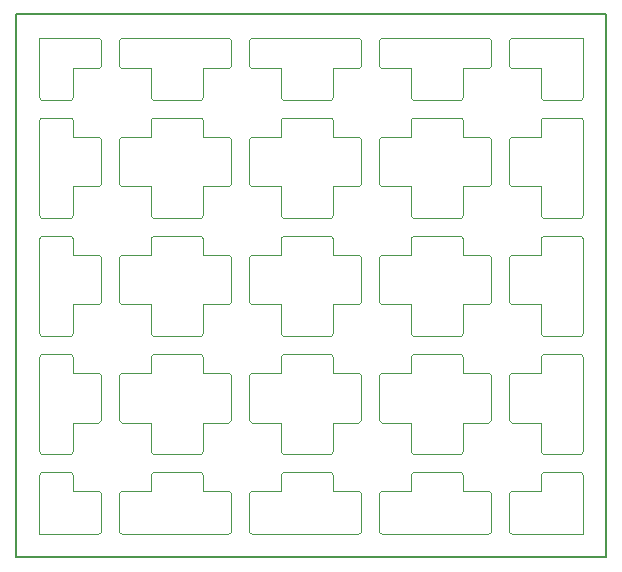
<source format=gbr>
G04 #@! TF.GenerationSoftware,KiCad,Pcbnew,5.1.5-52549c5~84~ubuntu18.04.1*
G04 #@! TF.CreationDate,2020-04-13T21:33:07+02:00*
G04 #@! TF.ProjectId,output.load_cell_panel,6f757470-7574-42e6-9c6f-61645f63656c,rev?*
G04 #@! TF.SameCoordinates,Original*
G04 #@! TF.FileFunction,Profile,NP*
%FSLAX46Y46*%
G04 Gerber Fmt 4.6, Leading zero omitted, Abs format (unit mm)*
G04 Created by KiCad (PCBNEW 5.1.5-52549c5~84~ubuntu18.04.1) date 2020-04-13 21:33:07*
%MOMM*%
%LPD*%
G04 APERTURE LIST*
%ADD10C,0.150000*%
%ADD11C,0.100000*%
G04 APERTURE END LIST*
D10*
X125000000Y-111000000D02*
X125000000Y-65000000D01*
X175000000Y-111000000D02*
X125000000Y-111000000D01*
X175000000Y-65000000D02*
X175000000Y-111000000D01*
X125000000Y-65000000D02*
X175000000Y-65000000D01*
D11*
X140840000Y-71999999D02*
X140840000Y-69580000D01*
X140840000Y-74000000D02*
X140840000Y-75380000D01*
X136440000Y-74000000D02*
X136440000Y-75380000D01*
X136440000Y-71999999D02*
X136440000Y-69580000D01*
X136440000Y-71999999D02*
X136472867Y-72094443D01*
X140840000Y-71999999D02*
X140807133Y-72094443D01*
X136472867Y-72094443D02*
X136534949Y-72172838D01*
X140807133Y-72094443D02*
X140745051Y-72172838D01*
X136534949Y-72172838D02*
X136619348Y-72226473D01*
X140745051Y-72172838D02*
X140660652Y-72226473D01*
X136619348Y-72226473D02*
X136716686Y-72249389D01*
X140660652Y-72226473D02*
X140563314Y-72249389D01*
X140563314Y-72249389D02*
X136716686Y-72249389D01*
X136440000Y-74000000D02*
X136472867Y-73905556D01*
X140840000Y-74000000D02*
X140807133Y-73905556D01*
X136472867Y-73905556D02*
X136534949Y-73827161D01*
X140807133Y-73905556D02*
X140745051Y-73827161D01*
X136534949Y-73827161D02*
X136619348Y-73773526D01*
X140745051Y-73827161D02*
X140660652Y-73773526D01*
X136619348Y-73773526D02*
X136716686Y-73750610D01*
X140660652Y-73773526D02*
X140563314Y-73750610D01*
X140563314Y-73750610D02*
X136716686Y-73750610D01*
X151840000Y-71999999D02*
X151840000Y-69580000D01*
X151840000Y-74000000D02*
X151840000Y-75380000D01*
X147440000Y-74000000D02*
X147440000Y-75380000D01*
X147440000Y-71999999D02*
X147440000Y-69580000D01*
X147440000Y-71999999D02*
X147472867Y-72094443D01*
X151840000Y-71999999D02*
X151807133Y-72094443D01*
X147472867Y-72094443D02*
X147534949Y-72172838D01*
X151807133Y-72094443D02*
X151745051Y-72172838D01*
X147534949Y-72172838D02*
X147619348Y-72226473D01*
X151745051Y-72172838D02*
X151660652Y-72226473D01*
X147619348Y-72226473D02*
X147716686Y-72249389D01*
X151660652Y-72226473D02*
X151563314Y-72249389D01*
X151563314Y-72249389D02*
X147716686Y-72249389D01*
X147440000Y-74000000D02*
X147472867Y-73905556D01*
X151840000Y-74000000D02*
X151807133Y-73905556D01*
X147472867Y-73905556D02*
X147534949Y-73827161D01*
X151807133Y-73905556D02*
X151745051Y-73827161D01*
X147534949Y-73827161D02*
X147619348Y-73773526D01*
X151745051Y-73827161D02*
X151660652Y-73773526D01*
X147619348Y-73773526D02*
X147716686Y-73750610D01*
X151660652Y-73773526D02*
X151563314Y-73750610D01*
X151563314Y-73750610D02*
X147716686Y-73750610D01*
X162840000Y-71999999D02*
X162840000Y-69580000D01*
X162840000Y-74000000D02*
X162840000Y-75380000D01*
X158440000Y-74000000D02*
X158440000Y-75380000D01*
X158440000Y-71999999D02*
X158440000Y-69580000D01*
X158440000Y-71999999D02*
X158472867Y-72094443D01*
X162840000Y-71999999D02*
X162807133Y-72094443D01*
X158472867Y-72094443D02*
X158534949Y-72172838D01*
X162807133Y-72094443D02*
X162745051Y-72172838D01*
X158534949Y-72172838D02*
X158619348Y-72226473D01*
X162745051Y-72172838D02*
X162660652Y-72226473D01*
X158619348Y-72226473D02*
X158716686Y-72249389D01*
X162660652Y-72226473D02*
X162563314Y-72249389D01*
X162563314Y-72249389D02*
X158716686Y-72249389D01*
X158440000Y-74000000D02*
X158472867Y-73905556D01*
X162840000Y-74000000D02*
X162807133Y-73905556D01*
X158472867Y-73905556D02*
X158534949Y-73827161D01*
X162807133Y-73905556D02*
X162745051Y-73827161D01*
X158534949Y-73827161D02*
X158619348Y-73773526D01*
X162745051Y-73827161D02*
X162660652Y-73773526D01*
X158619348Y-73773526D02*
X158716686Y-73750610D01*
X162660652Y-73773526D02*
X162563314Y-73750610D01*
X162563314Y-73750610D02*
X158716686Y-73750610D01*
X153999999Y-95380000D02*
X151840000Y-95380000D01*
X156000001Y-95380000D02*
X158440000Y-95380000D01*
X156000001Y-99580000D02*
X158440000Y-99580000D01*
X153999999Y-99580000D02*
X151840000Y-99580000D01*
X153999999Y-99580000D02*
X154094443Y-99547133D01*
X153999999Y-95380000D02*
X154094443Y-95412867D01*
X154094443Y-99547133D02*
X154172838Y-99485051D01*
X154094443Y-95412867D02*
X154172838Y-95474949D01*
X154172838Y-99485051D02*
X154226473Y-99400652D01*
X154172838Y-95474949D02*
X154226473Y-95559348D01*
X154226473Y-99400652D02*
X154249389Y-99303314D01*
X154226473Y-95559348D02*
X154249389Y-95656686D01*
X154249389Y-95656686D02*
X154249389Y-99303314D01*
X156000001Y-99580000D02*
X155905557Y-99547133D01*
X156000001Y-95380000D02*
X155905557Y-95412867D01*
X155905557Y-99547133D02*
X155827162Y-99485051D01*
X155905557Y-95412867D02*
X155827162Y-95474949D01*
X155827162Y-99485051D02*
X155773527Y-99400652D01*
X155827162Y-95474949D02*
X155773527Y-95559348D01*
X155773527Y-99400652D02*
X155750611Y-99303314D01*
X155773527Y-95559348D02*
X155750611Y-95656686D01*
X155750611Y-95656686D02*
X155750611Y-99303314D01*
X153999999Y-85380000D02*
X151840000Y-85380000D01*
X156000001Y-85380000D02*
X158440000Y-85380000D01*
X156000001Y-89580000D02*
X158440000Y-89580000D01*
X153999999Y-89580000D02*
X151840000Y-89580000D01*
X153999999Y-89580000D02*
X154094443Y-89547133D01*
X153999999Y-85380000D02*
X154094443Y-85412867D01*
X154094443Y-89547133D02*
X154172838Y-89485051D01*
X154094443Y-85412867D02*
X154172838Y-85474949D01*
X154172838Y-89485051D02*
X154226473Y-89400652D01*
X154172838Y-85474949D02*
X154226473Y-85559348D01*
X154226473Y-89400652D02*
X154249389Y-89303314D01*
X154226473Y-85559348D02*
X154249389Y-85656686D01*
X154249389Y-85656686D02*
X154249389Y-89303314D01*
X156000001Y-89580000D02*
X155905557Y-89547133D01*
X156000001Y-85380000D02*
X155905557Y-85412867D01*
X155905557Y-89547133D02*
X155827162Y-89485051D01*
X155905557Y-85412867D02*
X155827162Y-85474949D01*
X155827162Y-89485051D02*
X155773527Y-89400652D01*
X155827162Y-85474949D02*
X155773527Y-85559348D01*
X155773527Y-89400652D02*
X155750611Y-89303314D01*
X155773527Y-85559348D02*
X155750611Y-85656686D01*
X155750611Y-85656686D02*
X155750611Y-89303314D01*
X134000001Y-89580000D02*
X136440000Y-89580000D01*
X131999999Y-89580000D02*
X129840000Y-89580000D01*
X131999999Y-85380000D02*
X129840000Y-85380000D01*
X134000001Y-85380000D02*
X136440000Y-85380000D01*
X134000001Y-85380000D02*
X133905557Y-85412867D01*
X134000001Y-89580000D02*
X133905557Y-89547133D01*
X133905557Y-85412867D02*
X133827162Y-85474949D01*
X133905557Y-89547133D02*
X133827162Y-89485051D01*
X133827162Y-85474949D02*
X133773527Y-85559348D01*
X133827162Y-89485051D02*
X133773527Y-89400652D01*
X133773527Y-85559348D02*
X133750611Y-85656686D01*
X133773527Y-89400652D02*
X133750611Y-89303314D01*
X133750611Y-89303314D02*
X133750611Y-85656686D01*
X131999999Y-85380000D02*
X132094443Y-85412867D01*
X131999999Y-89580000D02*
X132094443Y-89547133D01*
X132094443Y-85412867D02*
X132172838Y-85474949D01*
X132094443Y-89547133D02*
X132172838Y-89485051D01*
X132172838Y-85474949D02*
X132226473Y-85559348D01*
X132172838Y-89485051D02*
X132226473Y-89400652D01*
X132226473Y-85559348D02*
X132249389Y-85656686D01*
X132226473Y-89400652D02*
X132249389Y-89303314D01*
X132249389Y-89303314D02*
X132249389Y-85656686D01*
X131999999Y-95380000D02*
X129840000Y-95380000D01*
X134000001Y-95380000D02*
X136440000Y-95380000D01*
X134000001Y-99580000D02*
X136440000Y-99580000D01*
X131999999Y-99580000D02*
X129840000Y-99580000D01*
X131999999Y-99580000D02*
X132094443Y-99547133D01*
X131999999Y-95380000D02*
X132094443Y-95412867D01*
X132094443Y-99547133D02*
X132172838Y-99485051D01*
X132094443Y-95412867D02*
X132172838Y-95474949D01*
X132172838Y-99485051D02*
X132226473Y-99400652D01*
X132172838Y-95474949D02*
X132226473Y-95559348D01*
X132226473Y-99400652D02*
X132249389Y-99303314D01*
X132226473Y-95559348D02*
X132249389Y-95656686D01*
X132249389Y-95656686D02*
X132249389Y-99303314D01*
X134000001Y-99580000D02*
X133905557Y-99547133D01*
X134000001Y-95380000D02*
X133905557Y-95412867D01*
X133905557Y-99547133D02*
X133827162Y-99485051D01*
X133905557Y-95412867D02*
X133827162Y-95474949D01*
X133827162Y-99485051D02*
X133773527Y-99400652D01*
X133827162Y-95474949D02*
X133773527Y-95559348D01*
X133773527Y-99400652D02*
X133750611Y-99303314D01*
X133773527Y-95559348D02*
X133750611Y-95656686D01*
X133750611Y-95656686D02*
X133750611Y-99303314D01*
X142999999Y-95380000D02*
X140840000Y-95380000D01*
X145000001Y-95380000D02*
X147440000Y-95380000D01*
X145000001Y-99580000D02*
X147440000Y-99580000D01*
X142999999Y-99580000D02*
X140840000Y-99580000D01*
X142999999Y-99580000D02*
X143094443Y-99547133D01*
X142999999Y-95380000D02*
X143094443Y-95412867D01*
X143094443Y-99547133D02*
X143172838Y-99485051D01*
X143094443Y-95412867D02*
X143172838Y-95474949D01*
X143172838Y-99485051D02*
X143226473Y-99400652D01*
X143172838Y-95474949D02*
X143226473Y-95559348D01*
X143226473Y-99400652D02*
X143249389Y-99303314D01*
X143226473Y-95559348D02*
X143249389Y-95656686D01*
X143249389Y-95656686D02*
X143249389Y-99303314D01*
X145000001Y-99580000D02*
X144905557Y-99547133D01*
X145000001Y-95380000D02*
X144905557Y-95412867D01*
X144905557Y-99547133D02*
X144827162Y-99485051D01*
X144905557Y-95412867D02*
X144827162Y-95474949D01*
X144827162Y-99485051D02*
X144773527Y-99400652D01*
X144827162Y-95474949D02*
X144773527Y-95559348D01*
X144773527Y-99400652D02*
X144750611Y-99303314D01*
X144773527Y-95559348D02*
X144750611Y-95656686D01*
X144750611Y-95656686D02*
X144750611Y-99303314D01*
X142999999Y-85380000D02*
X140840000Y-85380000D01*
X145000001Y-85380000D02*
X147440000Y-85380000D01*
X145000001Y-89580000D02*
X147440000Y-89580000D01*
X142999999Y-89580000D02*
X140840000Y-89580000D01*
X142999999Y-89580000D02*
X143094443Y-89547133D01*
X142999999Y-85380000D02*
X143094443Y-85412867D01*
X143094443Y-89547133D02*
X143172838Y-89485051D01*
X143094443Y-85412867D02*
X143172838Y-85474949D01*
X143172838Y-89485051D02*
X143226473Y-89400652D01*
X143172838Y-85474949D02*
X143226473Y-85559348D01*
X143226473Y-89400652D02*
X143249389Y-89303314D01*
X143226473Y-85559348D02*
X143249389Y-85656686D01*
X143249389Y-85656686D02*
X143249389Y-89303314D01*
X145000001Y-89580000D02*
X144905557Y-89547133D01*
X145000001Y-85380000D02*
X144905557Y-85412867D01*
X144905557Y-89547133D02*
X144827162Y-89485051D01*
X144905557Y-85412867D02*
X144827162Y-85474949D01*
X144827162Y-89485051D02*
X144773527Y-89400652D01*
X144827162Y-85474949D02*
X144773527Y-85559348D01*
X144773527Y-89400652D02*
X144750611Y-89303314D01*
X144773527Y-85559348D02*
X144750611Y-85656686D01*
X144750611Y-85656686D02*
X144750611Y-89303314D01*
X140840000Y-101999999D02*
X140840000Y-99580000D01*
X140840000Y-104000000D02*
X140840000Y-105380000D01*
X136440000Y-104000000D02*
X136440000Y-105380000D01*
X136440000Y-101999999D02*
X136440000Y-99580000D01*
X136440000Y-101999999D02*
X136472867Y-102094443D01*
X140840000Y-101999999D02*
X140807133Y-102094443D01*
X136472867Y-102094443D02*
X136534949Y-102172838D01*
X140807133Y-102094443D02*
X140745051Y-102172838D01*
X136534949Y-102172838D02*
X136619348Y-102226473D01*
X140745051Y-102172838D02*
X140660652Y-102226473D01*
X136619348Y-102226473D02*
X136716686Y-102249389D01*
X140660652Y-102226473D02*
X140563314Y-102249389D01*
X140563314Y-102249389D02*
X136716686Y-102249389D01*
X136440000Y-104000000D02*
X136472867Y-103905556D01*
X140840000Y-104000000D02*
X140807133Y-103905556D01*
X136472867Y-103905556D02*
X136534949Y-103827161D01*
X140807133Y-103905556D02*
X140745051Y-103827161D01*
X136534949Y-103827161D02*
X136619348Y-103773526D01*
X140745051Y-103827161D02*
X140660652Y-103773526D01*
X136619348Y-103773526D02*
X136716686Y-103750610D01*
X140660652Y-103773526D02*
X140563314Y-103750610D01*
X140563314Y-103750610D02*
X136716686Y-103750610D01*
X151840000Y-101999999D02*
X151840000Y-99580000D01*
X151840000Y-104000000D02*
X151840000Y-105380000D01*
X147440000Y-104000000D02*
X147440000Y-105380000D01*
X147440000Y-101999999D02*
X147440000Y-99580000D01*
X147440000Y-101999999D02*
X147472867Y-102094443D01*
X151840000Y-101999999D02*
X151807133Y-102094443D01*
X147472867Y-102094443D02*
X147534949Y-102172838D01*
X151807133Y-102094443D02*
X151745051Y-102172838D01*
X147534949Y-102172838D02*
X147619348Y-102226473D01*
X151745051Y-102172838D02*
X151660652Y-102226473D01*
X147619348Y-102226473D02*
X147716686Y-102249389D01*
X151660652Y-102226473D02*
X151563314Y-102249389D01*
X151563314Y-102249389D02*
X147716686Y-102249389D01*
X147440000Y-104000000D02*
X147472867Y-103905556D01*
X151840000Y-104000000D02*
X151807133Y-103905556D01*
X147472867Y-103905556D02*
X147534949Y-103827161D01*
X151807133Y-103905556D02*
X151745051Y-103827161D01*
X147534949Y-103827161D02*
X147619348Y-103773526D01*
X151745051Y-103827161D02*
X151660652Y-103773526D01*
X147619348Y-103773526D02*
X147716686Y-103750610D01*
X151660652Y-103773526D02*
X151563314Y-103750610D01*
X151563314Y-103750610D02*
X147716686Y-103750610D01*
X158440000Y-104000000D02*
X158440000Y-105380000D01*
X158440000Y-101999999D02*
X158440000Y-99580000D01*
X162840000Y-101999999D02*
X162840000Y-99580000D01*
X162840000Y-104000000D02*
X162840000Y-105380000D01*
X162840000Y-104000000D02*
X162807133Y-103905556D01*
X158440000Y-104000000D02*
X158472867Y-103905556D01*
X162807133Y-103905556D02*
X162745051Y-103827161D01*
X158472867Y-103905556D02*
X158534949Y-103827161D01*
X162745051Y-103827161D02*
X162660652Y-103773526D01*
X158534949Y-103827161D02*
X158619348Y-103773526D01*
X162660652Y-103773526D02*
X162563314Y-103750610D01*
X158619348Y-103773526D02*
X158716686Y-103750610D01*
X158716686Y-103750610D02*
X162563314Y-103750610D01*
X162840000Y-101999999D02*
X162807133Y-102094443D01*
X158440000Y-101999999D02*
X158472867Y-102094443D01*
X162807133Y-102094443D02*
X162745051Y-102172838D01*
X158472867Y-102094443D02*
X158534949Y-102172838D01*
X162745051Y-102172838D02*
X162660652Y-102226473D01*
X158534949Y-102172838D02*
X158619348Y-102226473D01*
X162660652Y-102226473D02*
X162563314Y-102249389D01*
X158619348Y-102226473D02*
X158716686Y-102249389D01*
X158716686Y-102249389D02*
X162563314Y-102249389D01*
X164999999Y-95380000D02*
X162840000Y-95380000D01*
X167000001Y-95380000D02*
X169440000Y-95380000D01*
X167000001Y-99580000D02*
X169440000Y-99580000D01*
X164999999Y-99580000D02*
X162840000Y-99580000D01*
X164999999Y-99580000D02*
X165094443Y-99547133D01*
X164999999Y-95380000D02*
X165094443Y-95412867D01*
X165094443Y-99547133D02*
X165172838Y-99485051D01*
X165094443Y-95412867D02*
X165172838Y-95474949D01*
X165172838Y-99485051D02*
X165226473Y-99400652D01*
X165172838Y-95474949D02*
X165226473Y-95559348D01*
X165226473Y-99400652D02*
X165249389Y-99303314D01*
X165226473Y-95559348D02*
X165249389Y-95656686D01*
X165249389Y-95656686D02*
X165249389Y-99303314D01*
X167000001Y-99580000D02*
X166905557Y-99547133D01*
X167000001Y-95380000D02*
X166905557Y-95412867D01*
X166905557Y-99547133D02*
X166827162Y-99485051D01*
X166905557Y-95412867D02*
X166827162Y-95474949D01*
X166827162Y-99485051D02*
X166773527Y-99400652D01*
X166827162Y-95474949D02*
X166773527Y-95559348D01*
X166773527Y-99400652D02*
X166750611Y-99303314D01*
X166773527Y-95559348D02*
X166750611Y-95656686D01*
X166750611Y-95656686D02*
X166750611Y-99303314D01*
X164999999Y-85380000D02*
X162840000Y-85380000D01*
X167000001Y-85380000D02*
X169440000Y-85380000D01*
X167000001Y-89580000D02*
X169440000Y-89580000D01*
X164999999Y-89580000D02*
X162840000Y-89580000D01*
X164999999Y-89580000D02*
X165094443Y-89547133D01*
X164999999Y-85380000D02*
X165094443Y-85412867D01*
X165094443Y-89547133D02*
X165172838Y-89485051D01*
X165094443Y-85412867D02*
X165172838Y-85474949D01*
X165172838Y-89485051D02*
X165226473Y-89400652D01*
X165172838Y-85474949D02*
X165226473Y-85559348D01*
X165226473Y-89400652D02*
X165249389Y-89303314D01*
X165226473Y-85559348D02*
X165249389Y-85656686D01*
X165249389Y-85656686D02*
X165249389Y-89303314D01*
X167000001Y-89580000D02*
X166905557Y-89547133D01*
X167000001Y-85380000D02*
X166905557Y-85412867D01*
X166905557Y-89547133D02*
X166827162Y-89485051D01*
X166905557Y-85412867D02*
X166827162Y-85474949D01*
X166827162Y-89485051D02*
X166773527Y-89400652D01*
X166827162Y-85474949D02*
X166773527Y-85559348D01*
X166773527Y-89400652D02*
X166750611Y-89303314D01*
X166773527Y-85559348D02*
X166750611Y-85656686D01*
X166750611Y-85656686D02*
X166750611Y-89303314D01*
X164999999Y-75380000D02*
X162840000Y-75380000D01*
X167000001Y-75380000D02*
X169440000Y-75380000D01*
X167000001Y-79580000D02*
X169440000Y-79580000D01*
X164999999Y-79580000D02*
X162840000Y-79580000D01*
X164999999Y-79580000D02*
X165094443Y-79547133D01*
X164999999Y-75380000D02*
X165094443Y-75412867D01*
X165094443Y-79547133D02*
X165172838Y-79485051D01*
X165094443Y-75412867D02*
X165172838Y-75474949D01*
X165172838Y-79485051D02*
X165226473Y-79400652D01*
X165172838Y-75474949D02*
X165226473Y-75559348D01*
X165226473Y-79400652D02*
X165249389Y-79303314D01*
X165226473Y-75559348D02*
X165249389Y-75656686D01*
X165249389Y-75656686D02*
X165249389Y-79303314D01*
X167000001Y-79580000D02*
X166905557Y-79547133D01*
X167000001Y-75380000D02*
X166905557Y-75412867D01*
X166905557Y-79547133D02*
X166827162Y-79485051D01*
X166905557Y-75412867D02*
X166827162Y-75474949D01*
X166827162Y-79485051D02*
X166773527Y-79400652D01*
X166827162Y-75474949D02*
X166773527Y-75559348D01*
X166773527Y-79400652D02*
X166750611Y-79303314D01*
X166773527Y-75559348D02*
X166750611Y-75656686D01*
X166750611Y-75656686D02*
X166750611Y-79303314D01*
X153999999Y-75380000D02*
X151840000Y-75380000D01*
X156000001Y-75380000D02*
X158440000Y-75380000D01*
X156000001Y-79580000D02*
X158440000Y-79580000D01*
X153999999Y-79580000D02*
X151840000Y-79580000D01*
X153999999Y-79580000D02*
X154094443Y-79547133D01*
X153999999Y-75380000D02*
X154094443Y-75412867D01*
X154094443Y-79547133D02*
X154172838Y-79485051D01*
X154094443Y-75412867D02*
X154172838Y-75474949D01*
X154172838Y-79485051D02*
X154226473Y-79400652D01*
X154172838Y-75474949D02*
X154226473Y-75559348D01*
X154226473Y-79400652D02*
X154249389Y-79303314D01*
X154226473Y-75559348D02*
X154249389Y-75656686D01*
X154249389Y-75656686D02*
X154249389Y-79303314D01*
X156000001Y-79580000D02*
X155905557Y-79547133D01*
X156000001Y-75380000D02*
X155905557Y-75412867D01*
X155905557Y-79547133D02*
X155827162Y-79485051D01*
X155905557Y-75412867D02*
X155827162Y-75474949D01*
X155827162Y-79485051D02*
X155773527Y-79400652D01*
X155827162Y-75474949D02*
X155773527Y-75559348D01*
X155773527Y-79400652D02*
X155750611Y-79303314D01*
X155773527Y-75559348D02*
X155750611Y-75656686D01*
X155750611Y-75656686D02*
X155750611Y-79303314D01*
X145000001Y-79580000D02*
X147440000Y-79580000D01*
X142999999Y-79580000D02*
X140840000Y-79580000D01*
X142999999Y-75380000D02*
X140840000Y-75380000D01*
X145000001Y-75380000D02*
X147440000Y-75380000D01*
X145000001Y-75380000D02*
X144905557Y-75412867D01*
X145000001Y-79580000D02*
X144905557Y-79547133D01*
X144905557Y-75412867D02*
X144827162Y-75474949D01*
X144905557Y-79547133D02*
X144827162Y-79485051D01*
X144827162Y-75474949D02*
X144773527Y-75559348D01*
X144827162Y-79485051D02*
X144773527Y-79400652D01*
X144773527Y-75559348D02*
X144750611Y-75656686D01*
X144773527Y-79400652D02*
X144750611Y-79303314D01*
X144750611Y-79303314D02*
X144750611Y-75656686D01*
X142999999Y-75380000D02*
X143094443Y-75412867D01*
X142999999Y-79580000D02*
X143094443Y-79547133D01*
X143094443Y-75412867D02*
X143172838Y-75474949D01*
X143094443Y-79547133D02*
X143172838Y-79485051D01*
X143172838Y-75474949D02*
X143226473Y-75559348D01*
X143172838Y-79485051D02*
X143226473Y-79400652D01*
X143226473Y-75559348D02*
X143249389Y-75656686D01*
X143226473Y-79400652D02*
X143249389Y-79303314D01*
X143249389Y-79303314D02*
X143249389Y-75656686D01*
X131999999Y-75380000D02*
X129840000Y-75380000D01*
X134000001Y-75380000D02*
X136440000Y-75380000D01*
X134000001Y-79580000D02*
X136440000Y-79580000D01*
X131999999Y-79580000D02*
X129840000Y-79580000D01*
X131999999Y-79580000D02*
X132094443Y-79547133D01*
X131999999Y-75380000D02*
X132094443Y-75412867D01*
X132094443Y-79547133D02*
X132172838Y-79485051D01*
X132094443Y-75412867D02*
X132172838Y-75474949D01*
X132172838Y-79485051D02*
X132226473Y-79400652D01*
X132172838Y-75474949D02*
X132226473Y-75559348D01*
X132226473Y-79400652D02*
X132249389Y-79303314D01*
X132226473Y-75559348D02*
X132249389Y-75656686D01*
X132249389Y-75656686D02*
X132249389Y-79303314D01*
X134000001Y-79580000D02*
X133905557Y-79547133D01*
X134000001Y-75380000D02*
X133905557Y-75412867D01*
X133905557Y-79547133D02*
X133827162Y-79485051D01*
X133905557Y-75412867D02*
X133827162Y-75474949D01*
X133827162Y-79485051D02*
X133773527Y-79400652D01*
X133827162Y-75474949D02*
X133773527Y-75559348D01*
X133773527Y-79400652D02*
X133750611Y-79303314D01*
X133773527Y-75559348D02*
X133750611Y-75656686D01*
X133750611Y-75656686D02*
X133750611Y-79303314D01*
X127000000Y-71999998D02*
X127000000Y-67000000D01*
X129840000Y-71999999D02*
X129840000Y-69580000D01*
X129840000Y-74000000D02*
X129840000Y-75380000D01*
X129840000Y-74000000D02*
X129807133Y-73905556D01*
X127000000Y-74000008D02*
X127032867Y-73905564D01*
X129807133Y-73905556D02*
X129745051Y-73827161D01*
X127032867Y-73905564D02*
X127094949Y-73827169D01*
X129745051Y-73827161D02*
X129660652Y-73773526D01*
X127094949Y-73827169D02*
X127179348Y-73773534D01*
X129660652Y-73773526D02*
X129563314Y-73750610D01*
X127179348Y-73773534D02*
X127276686Y-73750618D01*
X127276686Y-73750618D02*
X129563314Y-73750610D01*
X129840000Y-71999999D02*
X129807133Y-72094443D01*
X127000000Y-71999998D02*
X127032867Y-72094442D01*
X129807133Y-72094443D02*
X129745051Y-72172838D01*
X127032867Y-72094442D02*
X127094949Y-72172837D01*
X129745051Y-72172838D02*
X129660652Y-72226473D01*
X127094949Y-72172837D02*
X127179348Y-72226472D01*
X129660652Y-72226473D02*
X129563314Y-72249389D01*
X127179348Y-72226472D02*
X127276686Y-72249388D01*
X127276686Y-72249388D02*
X129563314Y-72249389D01*
X158440000Y-94000000D02*
X158440000Y-95380000D01*
X158440000Y-91999999D02*
X158440000Y-89580000D01*
X162840000Y-91999999D02*
X162840000Y-89580000D01*
X162840000Y-94000000D02*
X162840000Y-95380000D01*
X162840000Y-94000000D02*
X162807133Y-93905556D01*
X158440000Y-94000000D02*
X158472867Y-93905556D01*
X162807133Y-93905556D02*
X162745051Y-93827161D01*
X158472867Y-93905556D02*
X158534949Y-93827161D01*
X162745051Y-93827161D02*
X162660652Y-93773526D01*
X158534949Y-93827161D02*
X158619348Y-93773526D01*
X162660652Y-93773526D02*
X162563314Y-93750610D01*
X158619348Y-93773526D02*
X158716686Y-93750610D01*
X158716686Y-93750610D02*
X162563314Y-93750610D01*
X162840000Y-91999999D02*
X162807133Y-92094443D01*
X158440000Y-91999999D02*
X158472867Y-92094443D01*
X162807133Y-92094443D02*
X162745051Y-92172838D01*
X158472867Y-92094443D02*
X158534949Y-92172838D01*
X162745051Y-92172838D02*
X162660652Y-92226473D01*
X158534949Y-92172838D02*
X158619348Y-92226473D01*
X162660652Y-92226473D02*
X162563314Y-92249389D01*
X158619348Y-92226473D02*
X158716686Y-92249389D01*
X158716686Y-92249389D02*
X162563314Y-92249389D01*
X147440000Y-94000000D02*
X147440000Y-95380000D01*
X147440000Y-91999999D02*
X147440000Y-89580000D01*
X151840000Y-91999999D02*
X151840000Y-89580000D01*
X151840000Y-94000000D02*
X151840000Y-95380000D01*
X151840000Y-94000000D02*
X151807133Y-93905556D01*
X147440000Y-94000000D02*
X147472867Y-93905556D01*
X151807133Y-93905556D02*
X151745051Y-93827161D01*
X147472867Y-93905556D02*
X147534949Y-93827161D01*
X151745051Y-93827161D02*
X151660652Y-93773526D01*
X147534949Y-93827161D02*
X147619348Y-93773526D01*
X151660652Y-93773526D02*
X151563314Y-93750610D01*
X147619348Y-93773526D02*
X147716686Y-93750610D01*
X147716686Y-93750610D02*
X151563314Y-93750610D01*
X151840000Y-91999999D02*
X151807133Y-92094443D01*
X147440000Y-91999999D02*
X147472867Y-92094443D01*
X151807133Y-92094443D02*
X151745051Y-92172838D01*
X147472867Y-92094443D02*
X147534949Y-92172838D01*
X151745051Y-92172838D02*
X151660652Y-92226473D01*
X147534949Y-92172838D02*
X147619348Y-92226473D01*
X151660652Y-92226473D02*
X151563314Y-92249389D01*
X147619348Y-92226473D02*
X147716686Y-92249389D01*
X147716686Y-92249389D02*
X151563314Y-92249389D01*
X136440000Y-94000000D02*
X136440000Y-95380000D01*
X136440000Y-91999999D02*
X136440000Y-89580000D01*
X140840000Y-91999999D02*
X140840000Y-89580000D01*
X140840000Y-94000000D02*
X140840000Y-95380000D01*
X140840000Y-94000000D02*
X140807133Y-93905556D01*
X136440000Y-94000000D02*
X136472867Y-93905556D01*
X140807133Y-93905556D02*
X140745051Y-93827161D01*
X136472867Y-93905556D02*
X136534949Y-93827161D01*
X140745051Y-93827161D02*
X140660652Y-93773526D01*
X136534949Y-93827161D02*
X136619348Y-93773526D01*
X140660652Y-93773526D02*
X140563314Y-93750610D01*
X136619348Y-93773526D02*
X136716686Y-93750610D01*
X136716686Y-93750610D02*
X140563314Y-93750610D01*
X140840000Y-91999999D02*
X140807133Y-92094443D01*
X136440000Y-91999999D02*
X136472867Y-92094443D01*
X140807133Y-92094443D02*
X140745051Y-92172838D01*
X136472867Y-92094443D02*
X136534949Y-92172838D01*
X140745051Y-92172838D02*
X140660652Y-92226473D01*
X136534949Y-92172838D02*
X136619348Y-92226473D01*
X140660652Y-92226473D02*
X140563314Y-92249389D01*
X136619348Y-92226473D02*
X136716686Y-92249389D01*
X136716686Y-92249389D02*
X140563314Y-92249389D01*
X140840000Y-81999999D02*
X140840000Y-79580000D01*
X140840000Y-84000000D02*
X140840000Y-85380000D01*
X136440000Y-84000000D02*
X136440000Y-85380000D01*
X136440000Y-81999999D02*
X136440000Y-79580000D01*
X136440000Y-81999999D02*
X136472867Y-82094443D01*
X140840000Y-81999999D02*
X140807133Y-82094443D01*
X136472867Y-82094443D02*
X136534949Y-82172838D01*
X140807133Y-82094443D02*
X140745051Y-82172838D01*
X136534949Y-82172838D02*
X136619348Y-82226473D01*
X140745051Y-82172838D02*
X140660652Y-82226473D01*
X136619348Y-82226473D02*
X136716686Y-82249389D01*
X140660652Y-82226473D02*
X140563314Y-82249389D01*
X140563314Y-82249389D02*
X136716686Y-82249389D01*
X136440000Y-84000000D02*
X136472867Y-83905556D01*
X140840000Y-84000000D02*
X140807133Y-83905556D01*
X136472867Y-83905556D02*
X136534949Y-83827161D01*
X140807133Y-83905556D02*
X140745051Y-83827161D01*
X136534949Y-83827161D02*
X136619348Y-83773526D01*
X140745051Y-83827161D02*
X140660652Y-83773526D01*
X136619348Y-83773526D02*
X136716686Y-83750610D01*
X140660652Y-83773526D02*
X140563314Y-83750610D01*
X140563314Y-83750610D02*
X136716686Y-83750610D01*
X151840000Y-81999999D02*
X151840000Y-79580000D01*
X151840000Y-84000000D02*
X151840000Y-85380000D01*
X147440000Y-84000000D02*
X147440000Y-85380000D01*
X147440000Y-81999999D02*
X147440000Y-79580000D01*
X147440000Y-81999999D02*
X147472867Y-82094443D01*
X151840000Y-81999999D02*
X151807133Y-82094443D01*
X147472867Y-82094443D02*
X147534949Y-82172838D01*
X151807133Y-82094443D02*
X151745051Y-82172838D01*
X147534949Y-82172838D02*
X147619348Y-82226473D01*
X151745051Y-82172838D02*
X151660652Y-82226473D01*
X147619348Y-82226473D02*
X147716686Y-82249389D01*
X151660652Y-82226473D02*
X151563314Y-82249389D01*
X151563314Y-82249389D02*
X147716686Y-82249389D01*
X147440000Y-84000000D02*
X147472867Y-83905556D01*
X151840000Y-84000000D02*
X151807133Y-83905556D01*
X147472867Y-83905556D02*
X147534949Y-83827161D01*
X151807133Y-83905556D02*
X151745051Y-83827161D01*
X147534949Y-83827161D02*
X147619348Y-83773526D01*
X151745051Y-83827161D02*
X151660652Y-83773526D01*
X147619348Y-83773526D02*
X147716686Y-83750610D01*
X151660652Y-83773526D02*
X151563314Y-83750610D01*
X151563314Y-83750610D02*
X147716686Y-83750610D01*
X162840000Y-81999999D02*
X162840000Y-79580000D01*
X162840000Y-84000000D02*
X162840000Y-85380000D01*
X158440000Y-84000000D02*
X158440000Y-85380000D01*
X158440000Y-81999999D02*
X158440000Y-79580000D01*
X158440000Y-81999999D02*
X158472867Y-82094443D01*
X162840000Y-81999999D02*
X162807133Y-82094443D01*
X158472867Y-82094443D02*
X158534949Y-82172838D01*
X162807133Y-82094443D02*
X162745051Y-82172838D01*
X158534949Y-82172838D02*
X158619348Y-82226473D01*
X162745051Y-82172838D02*
X162660652Y-82226473D01*
X158619348Y-82226473D02*
X158716686Y-82249389D01*
X162660652Y-82226473D02*
X162563314Y-82249389D01*
X162563314Y-82249389D02*
X158716686Y-82249389D01*
X158440000Y-84000000D02*
X158472867Y-83905556D01*
X162840000Y-84000000D02*
X162807133Y-83905556D01*
X158472867Y-83905556D02*
X158534949Y-83827161D01*
X162807133Y-83905556D02*
X162745051Y-83827161D01*
X158534949Y-83827161D02*
X158619348Y-83773526D01*
X162745051Y-83827161D02*
X162660652Y-83773526D01*
X158619348Y-83773526D02*
X158716686Y-83750610D01*
X162660652Y-83773526D02*
X162563314Y-83750610D01*
X162563314Y-83750610D02*
X158716686Y-83750610D01*
X169440000Y-84000000D02*
X169440000Y-85380000D01*
X169440000Y-81999999D02*
X169440000Y-79580000D01*
X169440000Y-84000000D02*
X169472867Y-83905556D01*
X173000000Y-84000012D02*
X172967133Y-83905568D01*
X169472867Y-83905556D02*
X169534949Y-83827161D01*
X172967133Y-83905568D02*
X172905051Y-83827173D01*
X169534949Y-83827161D02*
X169619348Y-83773526D01*
X172905051Y-83827173D02*
X172820652Y-83773538D01*
X169619348Y-83773526D02*
X169716686Y-83750610D01*
X172820652Y-83773538D02*
X172723314Y-83750622D01*
X169716686Y-83750610D02*
X172723314Y-83750622D01*
X173000000Y-82000000D02*
X172967133Y-82094444D01*
X169440000Y-81999999D02*
X169472867Y-82094443D01*
X172967133Y-82094444D02*
X172905051Y-82172839D01*
X169472867Y-82094443D02*
X169534949Y-82172838D01*
X172905051Y-82172839D02*
X172820652Y-82226474D01*
X169534949Y-82172838D02*
X169619348Y-82226473D01*
X172820652Y-82226474D02*
X172723314Y-82249390D01*
X169619348Y-82226473D02*
X169716686Y-82249389D01*
X169716686Y-82249389D02*
X172723314Y-82249390D01*
X173000000Y-92000002D02*
X173000000Y-84000012D01*
X169440000Y-94000000D02*
X169440000Y-95380000D01*
X169440000Y-91999999D02*
X169440000Y-89580000D01*
X173000000Y-92000002D02*
X172967133Y-92094446D01*
X169440000Y-91999999D02*
X169472867Y-92094443D01*
X172967133Y-92094446D02*
X172905051Y-92172841D01*
X169472867Y-92094443D02*
X169534949Y-92172838D01*
X172905051Y-92172841D02*
X172820652Y-92226476D01*
X169534949Y-92172838D02*
X169619348Y-92226473D01*
X172820652Y-92226476D02*
X172723314Y-92249392D01*
X169619348Y-92226473D02*
X169716686Y-92249389D01*
X172723314Y-92249392D02*
X169716686Y-92249389D01*
X169440000Y-94000000D02*
X169472867Y-93905556D01*
X173000000Y-94000000D02*
X172967133Y-93905556D01*
X169472867Y-93905556D02*
X169534949Y-93827161D01*
X172967133Y-93905556D02*
X172905051Y-93827161D01*
X169534949Y-93827161D02*
X169619348Y-93773526D01*
X172905051Y-93827161D02*
X172820652Y-93773526D01*
X169619348Y-93773526D02*
X169716686Y-93750610D01*
X172820652Y-93773526D02*
X172723314Y-93750610D01*
X172723314Y-93750610D02*
X169716686Y-93750610D01*
X169440000Y-104000000D02*
X169440000Y-105380000D01*
X169440000Y-101999999D02*
X169440000Y-99580000D01*
X173000000Y-102000001D02*
X173000000Y-94000000D01*
X173000000Y-104000002D02*
X173000000Y-109000000D01*
X169440000Y-104000000D02*
X169472867Y-103905556D01*
X173000000Y-104000002D02*
X172967133Y-103905558D01*
X169472867Y-103905556D02*
X169534949Y-103827161D01*
X172967133Y-103905558D02*
X172905051Y-103827163D01*
X169534949Y-103827161D02*
X169619348Y-103773526D01*
X172905051Y-103827163D02*
X172820652Y-103773528D01*
X169619348Y-103773526D02*
X169716686Y-103750610D01*
X172820652Y-103773528D02*
X172723314Y-103750612D01*
X169716686Y-103750610D02*
X172723314Y-103750612D01*
X173000000Y-102000001D02*
X172967133Y-102094445D01*
X169440000Y-101999999D02*
X169472867Y-102094443D01*
X172967133Y-102094445D02*
X172905051Y-102172840D01*
X169472867Y-102094443D02*
X169534949Y-102172838D01*
X172905051Y-102172840D02*
X172820652Y-102226475D01*
X169534949Y-102172838D02*
X169619348Y-102226473D01*
X172820652Y-102226475D02*
X172723314Y-102249391D01*
X169619348Y-102226473D02*
X169716686Y-102249389D01*
X169716686Y-102249389D02*
X172723314Y-102249391D01*
X166999999Y-109000000D02*
X173000000Y-109000000D01*
X164999999Y-105380000D02*
X162840000Y-105380000D01*
X167000001Y-105380000D02*
X169440000Y-105380000D01*
X166999999Y-109000000D02*
X166905555Y-108967133D01*
X167000001Y-105380000D02*
X166905557Y-105412867D01*
X166905555Y-108967133D02*
X166827160Y-108905051D01*
X166905557Y-105412867D02*
X166827162Y-105474949D01*
X166827160Y-108905051D02*
X166773525Y-108820652D01*
X166827162Y-105474949D02*
X166773527Y-105559348D01*
X166773525Y-108820652D02*
X166750609Y-108723314D01*
X166773527Y-105559348D02*
X166750611Y-105656686D01*
X166750609Y-108723314D02*
X166750611Y-105656686D01*
X165000001Y-109000000D02*
X165094445Y-108967133D01*
X164999999Y-105380000D02*
X165094443Y-105412867D01*
X165094445Y-108967133D02*
X165172840Y-108905051D01*
X165094443Y-105412867D02*
X165172838Y-105474949D01*
X165172840Y-108905051D02*
X165226475Y-108820652D01*
X165172838Y-105474949D02*
X165226473Y-105559348D01*
X165226475Y-108820652D02*
X165249391Y-108723314D01*
X165226473Y-105559348D02*
X165249389Y-105656686D01*
X165249391Y-108723314D02*
X165249389Y-105656686D01*
X156000000Y-109000000D02*
X165000001Y-109000000D01*
X153999999Y-105380000D02*
X151840000Y-105380000D01*
X156000001Y-105380000D02*
X158440000Y-105380000D01*
X156000001Y-105380000D02*
X155905557Y-105412867D01*
X156000000Y-109000000D02*
X155905556Y-108967133D01*
X155905557Y-105412867D02*
X155827162Y-105474949D01*
X155905556Y-108967133D02*
X155827161Y-108905051D01*
X155827162Y-105474949D02*
X155773527Y-105559348D01*
X155827161Y-108905051D02*
X155773526Y-108820652D01*
X155773527Y-105559348D02*
X155750611Y-105656686D01*
X155773526Y-108820652D02*
X155750610Y-108723314D01*
X155750610Y-108723314D02*
X155750611Y-105656686D01*
X154000008Y-109000000D02*
X154094452Y-108967133D01*
X153999999Y-105380000D02*
X154094443Y-105412867D01*
X154094452Y-108967133D02*
X154172847Y-108905051D01*
X154094443Y-105412867D02*
X154172838Y-105474949D01*
X154172847Y-108905051D02*
X154226482Y-108820652D01*
X154172838Y-105474949D02*
X154226473Y-105559348D01*
X154226482Y-108820652D02*
X154249398Y-108723314D01*
X154226473Y-105559348D02*
X154249389Y-105656686D01*
X154249398Y-108723314D02*
X154249389Y-105656686D01*
X145000001Y-109000000D02*
X154000008Y-109000000D01*
X142999999Y-105380000D02*
X140840000Y-105380000D01*
X145000001Y-105380000D02*
X147440000Y-105380000D01*
X145000001Y-105380000D02*
X144905557Y-105412867D01*
X145000001Y-109000000D02*
X144905557Y-108967133D01*
X144905557Y-105412867D02*
X144827162Y-105474949D01*
X144905557Y-108967133D02*
X144827162Y-108905051D01*
X144827162Y-105474949D02*
X144773527Y-105559348D01*
X144827162Y-108905051D02*
X144773527Y-108820652D01*
X144773527Y-105559348D02*
X144750611Y-105656686D01*
X144773527Y-108820652D02*
X144750611Y-108723314D01*
X144750611Y-108723314D02*
X144750611Y-105656686D01*
X142999999Y-105380000D02*
X143094443Y-105412867D01*
X142999992Y-109000000D02*
X143094436Y-108967133D01*
X143094443Y-105412867D02*
X143172838Y-105474949D01*
X143094436Y-108967133D02*
X143172831Y-108905051D01*
X143172838Y-105474949D02*
X143226473Y-105559348D01*
X143172831Y-108905051D02*
X143226466Y-108820652D01*
X143226473Y-105559348D02*
X143249389Y-105656686D01*
X143226466Y-108820652D02*
X143249382Y-108723314D01*
X143249382Y-108723314D02*
X143249389Y-105656686D01*
X133999999Y-109000000D02*
X142999992Y-109000000D01*
X131999998Y-109000000D02*
X127000000Y-109000000D01*
X131999999Y-105380000D02*
X129840000Y-105380000D01*
X134000001Y-105380000D02*
X136440000Y-105380000D01*
X133999999Y-109000000D02*
X133905555Y-108967133D01*
X134000001Y-105380000D02*
X133905557Y-105412867D01*
X133905555Y-108967133D02*
X133827160Y-108905051D01*
X133905557Y-105412867D02*
X133827162Y-105474949D01*
X133827160Y-108905051D02*
X133773525Y-108820652D01*
X133827162Y-105474949D02*
X133773527Y-105559348D01*
X133773525Y-108820652D02*
X133750609Y-108723314D01*
X133773527Y-105559348D02*
X133750611Y-105656686D01*
X133750609Y-108723314D02*
X133750611Y-105656686D01*
X131999999Y-105380000D02*
X132094443Y-105412867D01*
X131999998Y-109000000D02*
X132094442Y-108967133D01*
X132094443Y-105412867D02*
X132172838Y-105474949D01*
X132094442Y-108967133D02*
X132172837Y-108905051D01*
X132172838Y-105474949D02*
X132226473Y-105559348D01*
X132172837Y-108905051D02*
X132226472Y-108820652D01*
X132226473Y-105559348D02*
X132249389Y-105656686D01*
X132226472Y-108820652D02*
X132249388Y-108723314D01*
X132249388Y-108723314D02*
X132249389Y-105656686D01*
X127000000Y-104000002D02*
X127000000Y-109000000D01*
X129840000Y-101999999D02*
X129840000Y-99580000D01*
X129840000Y-104000000D02*
X129840000Y-105380000D01*
X129840000Y-104000000D02*
X129807133Y-103905556D01*
X127000000Y-104000002D02*
X127032867Y-103905558D01*
X129807133Y-103905556D02*
X129745051Y-103827161D01*
X127032867Y-103905558D02*
X127094949Y-103827163D01*
X129745051Y-103827161D02*
X129660652Y-103773526D01*
X127094949Y-103827163D02*
X127179348Y-103773528D01*
X129660652Y-103773526D02*
X129563314Y-103750610D01*
X127179348Y-103773528D02*
X127276686Y-103750612D01*
X127276686Y-103750612D02*
X129563314Y-103750610D01*
X129840000Y-101999999D02*
X129807133Y-102094443D01*
X127000000Y-101999993D02*
X127032867Y-102094437D01*
X129807133Y-102094443D02*
X129745051Y-102172838D01*
X127032867Y-102094437D02*
X127094949Y-102172832D01*
X129745051Y-102172838D02*
X129660652Y-102226473D01*
X127094949Y-102172832D02*
X127179348Y-102226467D01*
X129660652Y-102226473D02*
X129563314Y-102249389D01*
X127179348Y-102226467D02*
X127276686Y-102249383D01*
X127276686Y-102249383D02*
X129563314Y-102249389D01*
X127000000Y-93999998D02*
X127000000Y-101999993D01*
X129840000Y-91999999D02*
X129840000Y-89580000D01*
X129840000Y-94000000D02*
X129840000Y-95380000D01*
X127000000Y-93999998D02*
X127032867Y-93905554D01*
X129840000Y-94000000D02*
X129807133Y-93905556D01*
X127032867Y-93905554D02*
X127094949Y-93827159D01*
X129807133Y-93905556D02*
X129745051Y-93827161D01*
X127094949Y-93827159D02*
X127179348Y-93773524D01*
X129745051Y-93827161D02*
X129660652Y-93773526D01*
X127179348Y-93773524D02*
X127276686Y-93750608D01*
X129660652Y-93773526D02*
X129563314Y-93750610D01*
X127276686Y-93750608D02*
X129563314Y-93750610D01*
X129840000Y-91999999D02*
X129807133Y-92094443D01*
X127000000Y-91999992D02*
X127032867Y-92094436D01*
X129807133Y-92094443D02*
X129745051Y-92172838D01*
X127032867Y-92094436D02*
X127094949Y-92172831D01*
X129745051Y-92172838D02*
X129660652Y-92226473D01*
X127094949Y-92172831D02*
X127179348Y-92226466D01*
X129660652Y-92226473D02*
X129563314Y-92249389D01*
X127179348Y-92226466D02*
X127276686Y-92249382D01*
X127276686Y-92249382D02*
X129563314Y-92249389D01*
X127000000Y-83999998D02*
X127000000Y-91999992D01*
X127000000Y-82000002D02*
X127000000Y-74000008D01*
X129840000Y-81999999D02*
X129840000Y-79580000D01*
X129840000Y-84000000D02*
X129840000Y-85380000D01*
X127000000Y-83999998D02*
X127032867Y-83905554D01*
X129840000Y-84000000D02*
X129807133Y-83905556D01*
X127032867Y-83905554D02*
X127094949Y-83827159D01*
X129807133Y-83905556D02*
X129745051Y-83827161D01*
X127094949Y-83827159D02*
X127179348Y-83773524D01*
X129745051Y-83827161D02*
X129660652Y-83773526D01*
X127179348Y-83773524D02*
X127276686Y-83750608D01*
X129660652Y-83773526D02*
X129563314Y-83750610D01*
X127276686Y-83750608D02*
X129563314Y-83750610D01*
X127000000Y-82000002D02*
X127032867Y-82094446D01*
X129840000Y-81999999D02*
X129807133Y-82094443D01*
X127032867Y-82094446D02*
X127094949Y-82172841D01*
X129807133Y-82094443D02*
X129745051Y-82172838D01*
X127094949Y-82172841D02*
X127179348Y-82226476D01*
X129745051Y-82172838D02*
X129660652Y-82226473D01*
X127179348Y-82226476D02*
X127276686Y-82249392D01*
X129660652Y-82226473D02*
X129563314Y-82249389D01*
X127276686Y-82249392D02*
X129563314Y-82249389D01*
X134000001Y-69580000D02*
X136440000Y-69580000D01*
X131999999Y-69580000D02*
X129840000Y-69580000D01*
X131999998Y-67000000D02*
X127000000Y-67000000D01*
X134000000Y-67000000D02*
X133905556Y-67032867D01*
X134000001Y-69580000D02*
X133905557Y-69547133D01*
X133905556Y-67032867D02*
X133827161Y-67094949D01*
X133905557Y-69547133D02*
X133827162Y-69485051D01*
X133827161Y-67094949D02*
X133773526Y-67179348D01*
X133827162Y-69485051D02*
X133773527Y-69400652D01*
X133773526Y-67179348D02*
X133750610Y-67276686D01*
X133773527Y-69400652D02*
X133750611Y-69303314D01*
X133750611Y-69303314D02*
X133750610Y-67276686D01*
X131999998Y-67000000D02*
X132094442Y-67032867D01*
X131999999Y-69580000D02*
X132094443Y-69547133D01*
X132094442Y-67032867D02*
X132172837Y-67094949D01*
X132094443Y-69547133D02*
X132172838Y-69485051D01*
X132172837Y-67094949D02*
X132226472Y-67179348D01*
X132172838Y-69485051D02*
X132226473Y-69400652D01*
X132226472Y-67179348D02*
X132249388Y-67276686D01*
X132226473Y-69400652D02*
X132249389Y-69303314D01*
X132249389Y-69303314D02*
X132249388Y-67276686D01*
X145000001Y-69580000D02*
X147440000Y-69580000D01*
X142999999Y-69580000D02*
X140840000Y-69580000D01*
X143000000Y-67000000D02*
X134000000Y-67000000D01*
X145000001Y-69580000D02*
X144905557Y-69547133D01*
X145000007Y-67000000D02*
X144905563Y-67032867D01*
X144905557Y-69547133D02*
X144827162Y-69485051D01*
X144905563Y-67032867D02*
X144827168Y-67094949D01*
X144827162Y-69485051D02*
X144773527Y-69400652D01*
X144827168Y-67094949D02*
X144773533Y-67179348D01*
X144773527Y-69400652D02*
X144750611Y-69303314D01*
X144773533Y-67179348D02*
X144750617Y-67276686D01*
X144750611Y-69303314D02*
X144750617Y-67276686D01*
X143000000Y-67000000D02*
X143094444Y-67032867D01*
X142999999Y-69580000D02*
X143094443Y-69547133D01*
X143094444Y-67032867D02*
X143172839Y-67094949D01*
X143094443Y-69547133D02*
X143172838Y-69485051D01*
X143172839Y-67094949D02*
X143226474Y-67179348D01*
X143172838Y-69485051D02*
X143226473Y-69400652D01*
X143226474Y-67179348D02*
X143249390Y-67276686D01*
X143226473Y-69400652D02*
X143249389Y-69303314D01*
X143249389Y-69303314D02*
X143249390Y-67276686D01*
X156000001Y-69580000D02*
X158440000Y-69580000D01*
X153999999Y-69580000D02*
X151840000Y-69580000D01*
X154000001Y-67000000D02*
X145000007Y-67000000D01*
X156000001Y-69580000D02*
X155905557Y-69547133D01*
X156000008Y-67000000D02*
X155905564Y-67032867D01*
X155905557Y-69547133D02*
X155827162Y-69485051D01*
X155905564Y-67032867D02*
X155827169Y-67094949D01*
X155827162Y-69485051D02*
X155773527Y-69400652D01*
X155827169Y-67094949D02*
X155773534Y-67179348D01*
X155773527Y-69400652D02*
X155750611Y-69303314D01*
X155773534Y-67179348D02*
X155750618Y-67276686D01*
X155750611Y-69303314D02*
X155750618Y-67276686D01*
X154000001Y-67000000D02*
X154094445Y-67032867D01*
X153999999Y-69580000D02*
X154094443Y-69547133D01*
X154094445Y-67032867D02*
X154172840Y-67094949D01*
X154094443Y-69547133D02*
X154172838Y-69485051D01*
X154172840Y-67094949D02*
X154226475Y-67179348D01*
X154172838Y-69485051D02*
X154226473Y-69400652D01*
X154226475Y-67179348D02*
X154249391Y-67276686D01*
X154226473Y-69400652D02*
X154249389Y-69303314D01*
X154249389Y-69303314D02*
X154249391Y-67276686D01*
X167000001Y-69580000D02*
X169440000Y-69580000D01*
X164999999Y-69580000D02*
X162840000Y-69580000D01*
X165000001Y-67000000D02*
X156000008Y-67000000D01*
X166999999Y-67000000D02*
X173000000Y-67000000D01*
X166999999Y-67000000D02*
X166905555Y-67032867D01*
X167000001Y-69580000D02*
X166905557Y-69547133D01*
X166905555Y-67032867D02*
X166827160Y-67094949D01*
X166905557Y-69547133D02*
X166827162Y-69485051D01*
X166827160Y-67094949D02*
X166773525Y-67179348D01*
X166827162Y-69485051D02*
X166773527Y-69400652D01*
X166773525Y-67179348D02*
X166750609Y-67276686D01*
X166773527Y-69400652D02*
X166750611Y-69303314D01*
X166750611Y-69303314D02*
X166750609Y-67276686D01*
X165000001Y-67000000D02*
X165094445Y-67032867D01*
X164999999Y-69580000D02*
X165094443Y-69547133D01*
X165094445Y-67032867D02*
X165172840Y-67094949D01*
X165094443Y-69547133D02*
X165172838Y-69485051D01*
X165172840Y-67094949D02*
X165226475Y-67179348D01*
X165172838Y-69485051D02*
X165226473Y-69400652D01*
X165226475Y-67179348D02*
X165249391Y-67276686D01*
X165226473Y-69400652D02*
X165249389Y-69303314D01*
X165249389Y-69303314D02*
X165249391Y-67276686D01*
X169440000Y-74000000D02*
X169440000Y-75380000D01*
X169440000Y-71999999D02*
X169440000Y-69580000D01*
X173000000Y-73999999D02*
X173000000Y-82000000D01*
X173000000Y-71999998D02*
X173000000Y-67000000D01*
X173000000Y-73999999D02*
X172967133Y-73905555D01*
X169440000Y-74000000D02*
X169472867Y-73905556D01*
X172967133Y-73905555D02*
X172905051Y-73827160D01*
X169472867Y-73905556D02*
X169534949Y-73827161D01*
X172905051Y-73827160D02*
X172820652Y-73773525D01*
X169534949Y-73827161D02*
X169619348Y-73773526D01*
X172820652Y-73773525D02*
X172723314Y-73750609D01*
X169619348Y-73773526D02*
X169716686Y-73750610D01*
X169716686Y-73750610D02*
X172723314Y-73750609D01*
X173000000Y-71999998D02*
X172967133Y-72094442D01*
X169440000Y-71999999D02*
X169472867Y-72094443D01*
X172967133Y-72094442D02*
X172905051Y-72172837D01*
X169472867Y-72094443D02*
X169534949Y-72172838D01*
X172905051Y-72172837D02*
X172820652Y-72226472D01*
X169534949Y-72172838D02*
X169619348Y-72226473D01*
X172820652Y-72226472D02*
X172723314Y-72249388D01*
X169619348Y-72226473D02*
X169716686Y-72249389D01*
X169716686Y-72249389D02*
X172723314Y-72249388D01*
M02*

</source>
